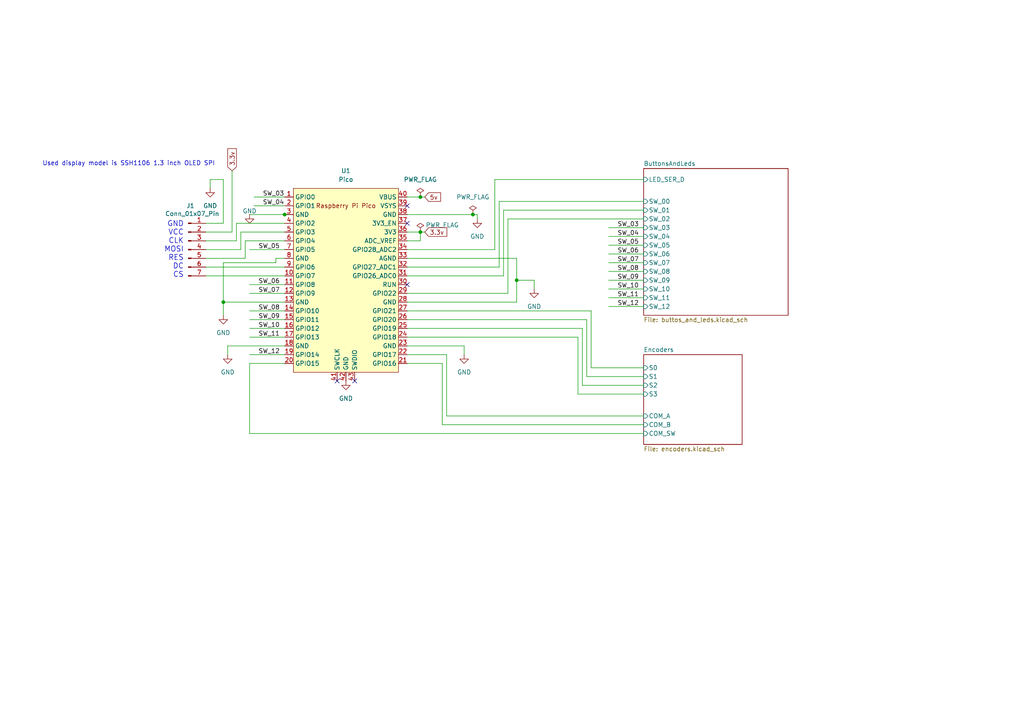
<source format=kicad_sch>
(kicad_sch (version 20231120) (generator "eeschema") (generator_version "8.0")
  (paper "A4")
  (lib_symbols
    (symbol "Connector:Conn_01x07_Pin" (pin_names (offset 1.016) hide)
      (property "Reference" "J" (at 0 10.16 0))
      (property "Value" "Conn_01x07_Pin" (at 0 -10.16 0))
      (symbol "Conn_01x07_Pin_1_1"
        (polyline (pts (xy 1.27 -7.62) (xy 0.8636 -7.62)) (stroke (width 0.1524)))
        (polyline (pts (xy 1.27 -5.08) (xy 0.8636 -5.08)) (stroke (width 0.1524)))
        (polyline (pts (xy 1.27 -2.54) (xy 0.8636 -2.54)) (stroke (width 0.1524)))
        (polyline (pts (xy 1.27 0) (xy 0.8636 0)) (stroke (width 0.1524)))
        (polyline (pts (xy 1.27 2.54) (xy 0.8636 2.54)) (stroke (width 0.1524)))
        (polyline (pts (xy 1.27 5.08) (xy 0.8636 5.08)) (stroke (width 0.1524)))
        (polyline (pts (xy 1.27 7.62) (xy 0.8636 7.62)) (stroke (width 0.1524)))
        (rectangle (start 0.8636 -7.493) (end 0 -7.747) (stroke (width 0.1524)) (fill (type outline)))
        (rectangle (start 0.8636 -4.953) (end 0 -5.207) (stroke (width 0.1524)) (fill (type outline)))
        (rectangle (start 0.8636 -2.413) (end 0 -2.667) (stroke (width 0.1524)) (fill (type outline)))
        (rectangle (start 0.8636 0.127) (end 0 -0.127) (stroke (width 0.1524)) (fill (type outline)))
        (rectangle (start 0.8636 2.667) (end 0 2.413) (stroke (width 0.1524)) (fill (type outline)))
        (rectangle (start 0.8636 5.207) (end 0 4.953) (stroke (width 0.1524)) (fill (type outline)))
        (rectangle (start 0.8636 7.747) (end 0 7.493) (stroke (width 0.1524)) (fill (type outline)))
        (pin passive line (at 5.08 7.62 180) (length 3.81) (name "Pin_1") (number "1"))
        (pin passive line (at 5.08 5.08 180) (length 3.81) (name "Pin_2") (number "2"))
        (pin passive line (at 5.08 2.54 180) (length 3.81) (name "Pin_3") (number "3"))
        (pin passive line (at 5.08 0 180) (length 3.81) (name "Pin_4") (number "4"))
        (pin passive line (at 5.08 -2.54 180) (length 3.81) (name "Pin_5") (number "5"))
        (pin passive line (at 5.08 -5.08 180) (length 3.81) (name "Pin_6") (number "6"))
        (pin passive line (at 5.08 -7.62 180) (length 3.81) (name "Pin_7") (number "7"))
      )
    )
    (symbol "MCU_RaspberryPi_and_Boards:Pico"
      (property "Reference" "U" (at -13.97 27.94 0))
      (property "Value" "Pico" (at 0 19.05 0))
      (symbol "Pico_0_0"
        (text "Raspberry Pi Pico" (at 0 21.59 0) (effects (font (size 1.27 1.27))))
      )
      (symbol "Pico_0_1"
        (rectangle (start -15.24 26.67) (end 15.24 -26.67) (fill (type background)))
      )
      (symbol "Pico_1_1"
        (pin bidirectional line (at -17.78 24.13 0) (length 2.54) (name "GPIO0") (number "1"))
        (pin bidirectional line (at -17.78 1.27 0) (length 2.54) (name "GPIO7") (number "10"))
        (pin bidirectional line (at -17.78 -1.27 0) (length 2.54) (name "GPIO8") (number "11"))
        (pin bidirectional line (at -17.78 -3.81 0) (length 2.54) (name "GPIO9") (number "12"))
        (pin power_in line (at -17.78 -6.35 0) (length 2.54) (name "GND") (number "13"))
        (pin bidirectional line (at -17.78 -8.89 0) (length 2.54) (name "GPIO10") (number "14"))
        (pin bidirectional line (at -17.78 -11.43 0) (length 2.54) (name "GPIO11") (number "15"))
        (pin bidirectional line (at -17.78 -13.97 0) (length 2.54) (name "GPIO12") (number "16"))
        (pin bidirectional line (at -17.78 -16.51 0) (length 2.54) (name "GPIO13") (number "17"))
        (pin power_in line (at -17.78 -19.05 0) (length 2.54) (name "GND") (number "18"))
        (pin bidirectional line (at -17.78 -21.59 0) (length 2.54) (name "GPIO14") (number "19"))
        (pin bidirectional line (at -17.78 21.59 0) (length 2.54) (name "GPIO1") (number "2"))
        (pin bidirectional line (at -17.78 -24.13 0) (length 2.54) (name "GPIO15") (number "20"))
        (pin bidirectional line (at 17.78 -24.13 180) (length 2.54) (name "GPIO16") (number "21"))
        (pin bidirectional line (at 17.78 -21.59 180) (length 2.54) (name "GPIO17") (number "22"))
        (pin power_in line (at 17.78 -19.05 180) (length 2.54) (name "GND") (number "23"))
        (pin bidirectional line (at 17.78 -16.51 180) (length 2.54) (name "GPIO18") (number "24"))
        (pin bidirectional line (at 17.78 -13.97 180) (length 2.54) (name "GPIO19") (number "25"))
        (pin bidirectional line (at 17.78 -11.43 180) (length 2.54) (name "GPIO20") (number "26"))
        (pin bidirectional line (at 17.78 -8.89 180) (length 2.54) (name "GPIO21") (number "27"))
        (pin power_in line (at 17.78 -6.35 180) (length 2.54) (name "GND") (number "28"))
        (pin bidirectional line (at 17.78 -3.81 180) (length 2.54) (name "GPIO22") (number "29"))
        (pin power_in line (at -17.78 19.05 0) (length 2.54) (name "GND") (number "3"))
        (pin input line (at 17.78 -1.27 180) (length 2.54) (name "RUN") (number "30"))
        (pin bidirectional line (at 17.78 1.27 180) (length 2.54) (name "GPIO26_ADC0") (number "31"))
        (pin bidirectional line (at 17.78 3.81 180) (length 2.54) (name "GPIO27_ADC1") (number "32"))
        (pin power_in line (at 17.78 6.35 180) (length 2.54) (name "AGND") (number "33"))
        (pin bidirectional line (at 17.78 8.89 180) (length 2.54) (name "GPIO28_ADC2") (number "34"))
        (pin power_in line (at 17.78 11.43 180) (length 2.54) (name "ADC_VREF") (number "35"))
        (pin power_in line (at 17.78 13.97 180) (length 2.54) (name "3V3") (number "36"))
        (pin input line (at 17.78 16.51 180) (length 2.54) (name "3V3_EN") (number "37"))
        (pin bidirectional line (at 17.78 19.05 180) (length 2.54) (name "GND") (number "38"))
        (pin power_in line (at 17.78 21.59 180) (length 2.54) (name "VSYS") (number "39"))
        (pin bidirectional line (at -17.78 16.51 0) (length 2.54) (name "GPIO2") (number "4"))
        (pin power_in line (at 17.78 24.13 180) (length 2.54) (name "VBUS") (number "40"))
        (pin input line (at -2.54 -29.21 90) (length 2.54) (name "SWCLK") (number "41"))
        (pin power_in line (at 0 -29.21 90) (length 2.54) (name "GND") (number "42"))
        (pin bidirectional line (at 2.54 -29.21 90) (length 2.54) (name "SWDIO") (number "43"))
        (pin bidirectional line (at -17.78 13.97 0) (length 2.54) (name "GPIO3") (number "5"))
        (pin bidirectional line (at -17.78 11.43 0) (length 2.54) (name "GPIO4") (number "6"))
        (pin bidirectional line (at -17.78 8.89 0) (length 2.54) (name "GPIO5") (number "7"))
        (pin power_in line (at -17.78 6.35 0) (length 2.54) (name "GND") (number "8"))
        (pin bidirectional line (at -17.78 3.81 0) (length 2.54) (name "GPIO6") (number "9"))
      )
    )
    (symbol "power:GND" (power) (pin_numbers hide) (pin_names (offset 0) hide)
      (property "Value" "GND" (at 0 -3.81 0))
      (symbol "GND_0_1"
        (polyline (pts (xy 0 0) (xy 0 -1.27) (xy 1.27 -1.27) (xy 0 -2.54) (xy -1.27 -1.27) (xy 0 -1.27)))
      )
      (symbol "GND_1_1"
        (pin power_in line (at 0 0 270) (length 0) (name "~") (number "1"))
      )
    )
    (symbol "power:PWR_FLAG" (power) (pin_numbers hide) (pin_names (offset 0) hide)
      (property "Value" "PWR_FLAG" (at 0 3.81 0))
      (symbol "PWR_FLAG_0_0"
        (pin power_out line (at 0 0 90) (length 0) (name "~") (number "1"))
      )
      (symbol "PWR_FLAG_0_1"
        (polyline (pts (xy 0 0) (xy 0 1.27) (xy -1.016 1.905) (xy 0 2.54) (xy 1.016 1.905) (xy 0 1.27)))
      )
    )
  )
  (junction (at 121.92 67.31))
  (junction (at 121.92 57.15))
  (junction (at 64.77 87.63))
  (junction (at 137.16 62.23))
  (junction (at 149.86 81.28))
  (junction (at 82.55 62.23))
  (no_connect (at 118.11 82.55))
  (no_connect (at 118.11 59.69))
  (no_connect (at 102.87 110.49))
  (no_connect (at 97.79 110.49))
  (no_connect (at 118.11 64.77))
  (wire (pts (xy 59.69 72.39) (xy 69.85 72.39)))
  (wire (pts (xy 64.77 76.2) (xy 64.77 87.63)))
  (wire (pts (xy 71.12 69.85) (xy 82.55 69.85)))
  (wire (pts (xy 73.66 57.15) (xy 82.55 57.15)))
  (wire (pts (xy 171.45 106.68) (xy 186.69 106.68)))
  (wire (pts (xy 176.53 76.2) (xy 186.69 76.2)))
  (wire (pts (xy 144.78 58.42) (xy 186.69 58.42)))
  (wire (pts (xy 168.91 111.76) (xy 186.69 111.76)))
  (wire (pts (xy 118.11 62.23) (xy 137.16 62.23)))
  (wire (pts (xy 170.18 109.22) (xy 170.18 92.71)))
  (wire (pts (xy 121.92 69.85) (xy 121.92 67.31)))
  (wire (pts (xy 118.11 69.85) (xy 121.92 69.85)))
  (wire (pts (xy 72.39 97.79) (xy 82.55 97.79)))
  (wire (pts (xy 186.69 125.73) (xy 72.39 125.73)))
  (wire (pts (xy 176.53 88.9) (xy 186.69 88.9)))
  (wire (pts (xy 118.11 80.01) (xy 146.05 80.01)))
  (wire (pts (xy 72.39 90.17) (xy 82.55 90.17)))
  (wire (pts (xy 83.82 62.23) (xy 82.55 62.23)))
  (wire (pts (xy 171.45 90.17) (xy 171.45 106.68)))
  (wire (pts (xy 121.92 57.15) (xy 123.19 57.15)))
  (wire (pts (xy 72.39 92.71) (xy 82.55 92.71)))
  (wire (pts (xy 176.53 83.82) (xy 186.69 83.82)))
  (wire (pts (xy 118.11 95.25) (xy 168.91 95.25)))
  (wire (pts (xy 118.11 67.31) (xy 121.92 67.31)))
  (wire (pts (xy 64.77 64.77) (xy 64.77 52.07)))
  (wire (pts (xy 118.11 57.15) (xy 121.92 57.15)))
  (wire (pts (xy 72.39 62.23) (xy 82.55 62.23)))
  (wire (pts (xy 154.94 81.28) (xy 154.94 83.82)))
  (wire (pts (xy 80.01 76.2) (xy 64.77 76.2)))
  (wire (pts (xy 143.51 52.07) (xy 186.69 52.07)))
  (wire (pts (xy 64.77 52.07) (xy 60.96 52.07)))
  (wire (pts (xy 167.64 97.79) (xy 118.11 97.79)))
  (wire (pts (xy 64.77 91.44) (xy 64.77 87.63)))
  (wire (pts (xy 72.39 95.25) (xy 82.55 95.25)))
  (wire (pts (xy 176.53 86.36) (xy 186.69 86.36)))
  (wire (pts (xy 73.66 59.69) (xy 82.55 59.69)))
  (wire (pts (xy 71.12 74.93) (xy 71.12 69.85)))
  (wire (pts (xy 138.43 62.23) (xy 138.43 63.5)))
  (wire (pts (xy 129.54 120.65) (xy 129.54 102.87)))
  (wire (pts (xy 176.53 81.28) (xy 186.69 81.28)))
  (wire (pts (xy 72.39 125.73) (xy 72.39 105.41)))
  (wire (pts (xy 121.92 67.31) (xy 123.19 67.31)))
  (wire (pts (xy 143.51 52.07) (xy 143.51 72.39)))
  (wire (pts (xy 176.53 78.74) (xy 186.69 78.74)))
  (wire (pts (xy 118.11 105.41) (xy 128.27 105.41)))
  (wire (pts (xy 72.39 82.55) (xy 82.55 82.55)))
  (wire (pts (xy 137.16 62.23) (xy 138.43 62.23)))
  (wire (pts (xy 59.69 64.77) (xy 64.77 64.77)))
  (wire (pts (xy 170.18 92.71) (xy 118.11 92.71)))
  (wire (pts (xy 64.77 87.63) (xy 82.55 87.63)))
  (wire (pts (xy 149.86 87.63) (xy 149.86 81.28)))
  (wire (pts (xy 144.78 77.47) (xy 118.11 77.47)))
  (wire (pts (xy 146.05 60.96) (xy 186.69 60.96)))
  (wire (pts (xy 118.11 87.63) (xy 149.86 87.63)))
  (wire (pts (xy 147.32 63.5) (xy 147.32 85.09)))
  (wire (pts (xy 176.53 73.66) (xy 186.69 73.66)))
  (wire (pts (xy 67.31 49.53) (xy 67.31 67.31)))
  (wire (pts (xy 128.27 105.41) (xy 128.27 123.19)))
  (wire (pts (xy 72.39 102.87) (xy 82.55 102.87)))
  (wire (pts (xy 168.91 95.25) (xy 168.91 111.76)))
  (wire (pts (xy 186.69 114.3) (xy 167.64 114.3)))
  (wire (pts (xy 149.86 74.93) (xy 149.86 81.28)))
  (wire (pts (xy 186.69 120.65) (xy 129.54 120.65)))
  (wire (pts (xy 59.69 69.85) (xy 68.58 69.85)))
  (wire (pts (xy 176.53 71.12) (xy 186.69 71.12)))
  (wire (pts (xy 72.39 72.39) (xy 82.55 72.39)))
  (wire (pts (xy 144.78 58.42) (xy 144.78 77.47)))
  (wire (pts (xy 129.54 102.87) (xy 118.11 102.87)))
  (wire (pts (xy 72.39 105.41) (xy 82.55 105.41)))
  (wire (pts (xy 128.27 123.19) (xy 186.69 123.19)))
  (wire (pts (xy 68.58 64.77) (xy 82.55 64.77)))
  (wire (pts (xy 69.85 72.39) (xy 69.85 67.31)))
  (wire (pts (xy 143.51 72.39) (xy 118.11 72.39)))
  (wire (pts (xy 69.85 67.31) (xy 82.55 67.31)))
  (wire (pts (xy 146.05 80.01) (xy 146.05 60.96)))
  (wire (pts (xy 176.53 68.58) (xy 186.69 68.58)))
  (wire (pts (xy 59.69 67.31) (xy 67.31 67.31)))
  (wire (pts (xy 59.69 77.47) (xy 82.55 77.47)))
  (wire (pts (xy 167.64 114.3) (xy 167.64 97.79)))
  (wire (pts (xy 134.62 100.33) (xy 134.62 102.87)))
  (wire (pts (xy 80.01 74.93) (xy 82.55 74.93)))
  (wire (pts (xy 72.39 85.09) (xy 82.55 85.09)))
  (wire (pts (xy 149.86 81.28) (xy 154.94 81.28)))
  (wire (pts (xy 59.69 80.01) (xy 82.55 80.01)))
  (wire (pts (xy 186.69 63.5) (xy 147.32 63.5)))
  (wire (pts (xy 186.69 109.22) (xy 170.18 109.22)))
  (wire (pts (xy 118.11 74.93) (xy 149.86 74.93)))
  (wire (pts (xy 176.53 66.04) (xy 186.69 66.04)))
  (wire (pts (xy 118.11 100.33) (xy 134.62 100.33)))
  (wire (pts (xy 59.69 74.93) (xy 71.12 74.93)))
  (wire (pts (xy 68.58 69.85) (xy 68.58 64.77)))
  (wire (pts (xy 118.11 90.17) (xy 171.45 90.17)))
  (wire (pts (xy 82.55 100.33) (xy 66.04 100.33)))
  (wire (pts (xy 80.01 74.93) (xy 80.01 76.2)))
  (wire (pts (xy 60.96 52.07) (xy 60.96 54.61)))
  (wire (pts (xy 147.32 85.09) (xy 118.11 85.09)))
  (wire (pts (xy 66.04 100.33) (xy 66.04 102.87)))
  (text "Used display model is SSH1106 1.3 inch OLED SPI" (at 37.338 47.498 0) (effects (font (size 1.27 1.27))))
  (text "GND\nVCC\nCLK\nMOSI\nRES\nDC\nCS" (at 53.34 72.39 0) (effects (font (size 1.524 1.524)) (justify right)))
  (label "SW_06" (at 179.07 73.66 0))
  (label "SW_10" (at 179.07 83.82 0))
  (label "SW_04" (at 76.2 59.69 0))
  (label "SW_09" (at 74.93 92.71 0))
  (label "SW_06" (at 74.93 82.55 0))
  (label "SW_04" (at 179.07 68.58 0))
  (label "SW_05" (at 74.93 72.39 0))
  (label "SW_03" (at 179.07 66.04 0))
  (label "SW_07" (at 74.93 85.09 0))
  (label "SW_12" (at 74.93 102.87 0))
  (label "SW_09" (at 179.07 81.28 0))
  (label "SW_11" (at 74.93 97.79 0))
  (label "SW_11" (at 179.07 86.36 0))
  (label "SW_07" (at 179.07 76.2 0))
  (label "SW_08" (at 74.93 90.17 0))
  (label "SW_08" (at 179.07 78.74 0))
  (label "SW_10" (at 74.93 95.25 0))
  (label "SW_03" (at 76.2 57.15 0))
  (label "SW_12" (at 179.07 88.9 0))
  (label "SW_05" (at 179.07 71.12 0))
  (global_label "3.3v" (shape input) (at 123.19 67.31 0) (property "Intersheetrefs" "${INTERSHEET_REFS}" (effects (hide yes))))
  (global_label "5v" (shape input) (at 123.19 57.15 0) (property "Intersheetrefs" "${INTERSHEET_REFS}" (effects (hide yes))))
  (global_label "3.3v" (shape input) (at 67.31 49.53 90) (property "Intersheetrefs" "${INTERSHEET_REFS}" (effects (hide yes))))
  (symbol (lib_id "power:GND") (at 138.43 63.5 0) (unit 1)
    (property "Reference" "#PWR53" (effects (hide yes)))
    (property "Value" "GND" (at 138.43 68.58 0))
    (property "Description" "Power symbol creates a global label with name \"GND\" , ground" (effects (hide yes)))
  )
  (symbol (lib_id "power:PWR_FLAG") (at 121.92 67.31 0) (unit 1)
    (property "Reference" "#FLG2" (effects (hide yes)))
    (property "Value" "PWR_FLAG" (at 128.27 65.278 0))
    (property "Description" "Special symbol for telling ERC where power comes from" (effects (hide yes)))
  )
  (symbol (lib_id "power:GND") (at 66.04 102.87 0) (unit 1)
    (property "Reference" "#PWR49" (effects (hide yes)))
    (property "Value" "GND" (at 66.04 107.95 0))
    (property "Description" "Power symbol creates a global label with name \"GND\" , ground" (effects (hide yes)))
  )
  (symbol (lib_id "power:GND") (at 64.77 91.44 0) (unit 1)
    (property "Reference" "#PWR48" (effects (hide yes)))
    (property "Value" "GND" (at 64.77 96.52 0))
    (property "Description" "Power symbol creates a global label with name \"GND\" , ground" (effects (hide yes)))
  )
  (symbol (lib_id "power:GND") (at 154.94 83.82 0) (unit 1)
    (property "Reference" "#PWR51" (effects (hide yes)))
    (property "Value" "GND" (at 154.94 88.9 0))
    (property "Description" "Power symbol creates a global label with name \"GND\" , ground" (effects (hide yes)))
  )
  (symbol (lib_id "power:GND") (at 134.62 102.87 0) (unit 1)
    (property "Reference" "#PWR50" (effects (hide yes)))
    (property "Value" "GND" (at 134.62 107.95 0))
    (property "Description" "Power symbol creates a global label with name \"GND\" , ground" (effects (hide yes)))
  )
  (symbol (lib_id "power:PWR_FLAG") (at 137.16 62.23 0) (unit 1)
    (property "Reference" "#FLG3" (effects (hide yes)))
    (property "Value" "PWR_FLAG" (at 137.16 57.15 0))
    (property "Description" "Special symbol for telling ERC where power comes from" (effects (hide yes)))
  )
  (symbol (lib_id "power:PWR_FLAG") (at 121.92 57.15 0) (unit 1)
    (property "Reference" "#FLG1" (effects (hide yes)))
    (property "Value" "PWR_FLAG" (at 121.92 52.07 0))
    (property "Description" "Special symbol for telling ERC where power comes from" (effects (hide yes)))
  )
  (symbol (lib_id "Connector:Conn_01x07_Pin") (at 54.61 72.39 0) (unit 1)
    (property "Reference" "J1" (at 55.245 59.69 0))
    (property "Value" "Conn_01x07_Pin" (at 55.753 61.976 0))
    (property "Footprint" "Connector_PinHeader_2.54mm:PinHeader_1x07_P2.54mm_Vertical" (effects (hide yes)))
    (property "Description" "Generic connector, single row, 01x07, script generated" (effects (hide yes)))
  )
  (symbol (lib_id "power:GND") (at 60.96 54.61 0) (unit 1)
    (property "Reference" "#PWR35" (effects (hide yes)))
    (property "Value" "GND" (at 60.96 59.69 0))
    (property "Description" "Power symbol creates a global label with name \"GND\" , ground" (effects (hide yes)))
  )
  (symbol (lib_id "MCU_RaspberryPi_and_Boards:Pico") (at 100.33 81.28 0) (unit 1)
    (property "Reference" "U1" (at 100.33 49.53 0))
    (property "Value" "Pico" (at 100.33 52.07 0))
    (property "Footprint" "Module:RaspberryPi_Pico_Common_THT" (effects (hide yes)))
  )
  (symbol (lib_id "power:GND") (at 72.39 62.23 0) (unit 1)
    (property "Reference" "#PWR47" (effects (hide yes)))
    (property "Value" "GND" (at 72.39 61.214 0))
    (property "Description" "Power symbol creates a global label with name \"GND\" , ground" (effects (hide yes)))
  )
  (symbol (lib_id "power:GND") (at 100.33 110.49 0) (unit 1)
    (property "Reference" "#PWR52" (effects (hide yes)))
    (property "Value" "GND" (at 100.33 115.57 0))
    (property "Description" "Power symbol creates a global label with name \"GND\" , ground" (effects (hide yes)))
  )
  (sheet (at 186.69 48.895) (size 41.91 42.545) (stroke (width 0.1524))
    (property "Sheetname" "ButtonsAndLeds" (at 186.69 48.1834 0) (effects (justify left bottom)))
    (property "Sheetfile" "buttos_and_leds.kicad_sch" (at 186.69 92.0246 0) (effects (justify left top)))
    (pin "LED_SER_D" input (at 186.69 52.07 180))
    (pin "SW_03" input (at 186.69 66.04 180))
    (pin "SW_07" input (at 186.69 76.2 180))
    (pin "SW_08" input (at 186.69 78.74 180))
    (pin "SW_12" input (at 186.69 88.9 180))
    (pin "SW_01" input (at 186.69 60.96 180))
    (pin "SW_02" input (at 186.69 63.5 180))
    (pin "SW_00" input (at 186.69 58.42 180))
    (pin "SW_05" input (at 186.69 71.12 180))
    (pin "SW_04" input (at 186.69 68.58 180))
    (pin "SW_06" input (at 186.69 73.66 180))
    (pin "SW_10" input (at 186.69 83.82 180))
    (pin "SW_11" input (at 186.69 86.36 180))
    (pin "SW_09" input (at 186.69 81.28 180))
  )
  (sheet (at 186.69 102.87) (size 28.575 26.035) (stroke (width 0.1524))
    (property "Sheetname" "Encoders" (at 186.69 102.1584 0) (effects (justify left bottom)))
    (property "Sheetfile" "encoders.kicad_sch" (at 186.69 129.4896 0) (effects (justify left top)))
    (pin "S1" input (at 186.69 109.22 180))
    (pin "S2" input (at 186.69 111.76 180))
    (pin "S3" input (at 186.69 114.3 180))
    (pin "S0" input (at 186.69 106.68 180))
    (pin "COM_SW" input (at 186.69 125.73 180))
    (pin "COM_A" input (at 186.69 120.65 180))
    (pin "COM_B" input (at 186.69 123.19 180))
  )
)
</source>
